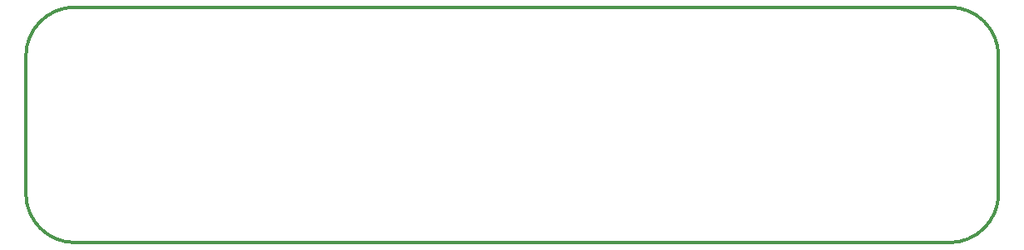
<source format=gbr>
G04 #@! TF.GenerationSoftware,KiCad,Pcbnew,(5.0.1-3-g963ef8bb5)*
G04 #@! TF.CreationDate,2020-01-09T21:08:13+01:00*
G04 #@! TF.ProjectId,WS2801_ledmodule_rev2,5753323830315F6C65646D6F64756C65,rev?*
G04 #@! TF.SameCoordinates,Original*
G04 #@! TF.FileFunction,Profile,NP*
%FSLAX46Y46*%
G04 Gerber Fmt 4.6, Leading zero omitted, Abs format (unit mm)*
G04 Created by KiCad (PCBNEW (5.0.1-3-g963ef8bb5)) date Thursday, 09 January 2020 at 21:08:13*
%MOMM*%
%LPD*%
G01*
G04 APERTURE LIST*
%ADD10C,0.300000*%
G04 APERTURE END LIST*
D10*
X165000000Y-40000000D02*
G75*
G02X170000000Y-35000000I5000000J0D01*
G01*
X259000000Y-35000000D02*
G75*
G02X264000000Y-40000000I0J-5000000D01*
G01*
X264000000Y-54000000D02*
G75*
G02X259000000Y-59000000I-5000000J0D01*
G01*
X170000000Y-59000000D02*
G75*
G02X165000000Y-54000000I0J5000000D01*
G01*
X165000000Y-54000000D02*
X165000000Y-40000000D01*
X259000000Y-59000000D02*
X170000000Y-59000000D01*
X264000000Y-39895000D02*
X264000000Y-54000000D01*
X170000000Y-35000000D02*
X259000000Y-35000000D01*
M02*

</source>
